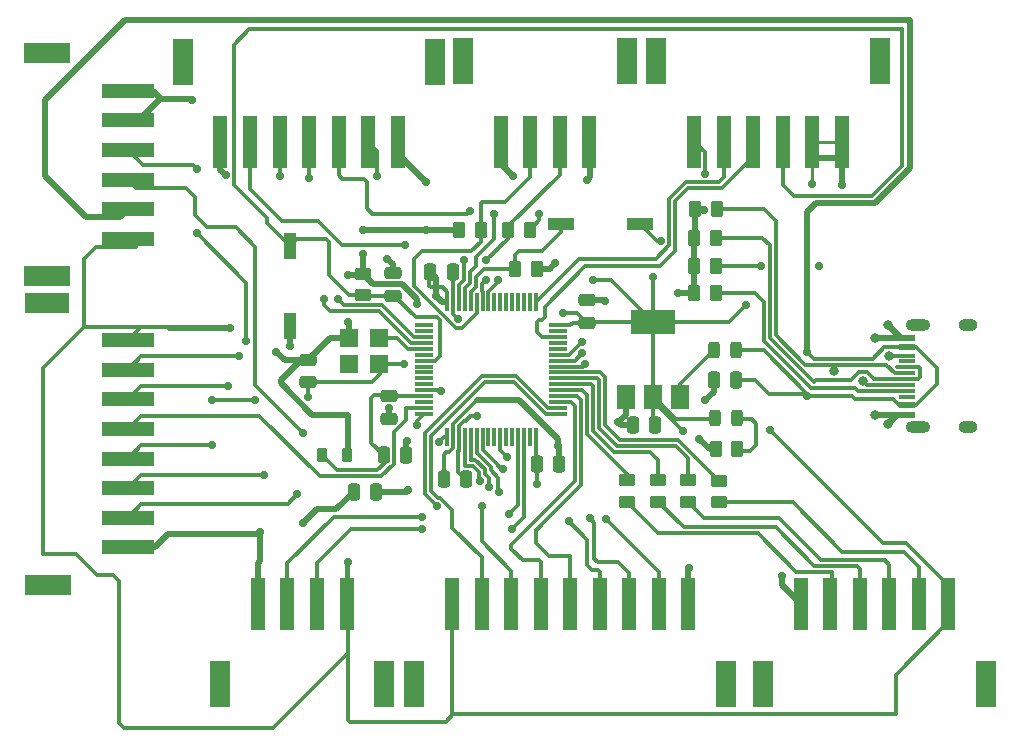
<source format=gbr>
%TF.GenerationSoftware,KiCad,Pcbnew,(6.0.11)*%
%TF.CreationDate,2023-02-10T10:35:54-08:00*%
%TF.ProjectId,EV1,4556312e-6b69-4636-9164-5f7063625858,rev?*%
%TF.SameCoordinates,Original*%
%TF.FileFunction,Copper,L1,Top*%
%TF.FilePolarity,Positive*%
%FSLAX46Y46*%
G04 Gerber Fmt 4.6, Leading zero omitted, Abs format (unit mm)*
G04 Created by KiCad (PCBNEW (6.0.11)) date 2023-02-10 10:35:54*
%MOMM*%
%LPD*%
G01*
G04 APERTURE LIST*
G04 Aperture macros list*
%AMRoundRect*
0 Rectangle with rounded corners*
0 $1 Rounding radius*
0 $2 $3 $4 $5 $6 $7 $8 $9 X,Y pos of 4 corners*
0 Add a 4 corners polygon primitive as box body*
4,1,4,$2,$3,$4,$5,$6,$7,$8,$9,$2,$3,0*
0 Add four circle primitives for the rounded corners*
1,1,$1+$1,$2,$3*
1,1,$1+$1,$4,$5*
1,1,$1+$1,$6,$7*
1,1,$1+$1,$8,$9*
0 Add four rect primitives between the rounded corners*
20,1,$1+$1,$2,$3,$4,$5,0*
20,1,$1+$1,$4,$5,$6,$7,0*
20,1,$1+$1,$6,$7,$8,$9,0*
20,1,$1+$1,$8,$9,$2,$3,0*%
G04 Aperture macros list end*
%TA.AperFunction,SMDPad,CuDef*%
%ADD10R,4.500000X1.300000*%
%TD*%
%TA.AperFunction,SMDPad,CuDef*%
%ADD11R,3.900000X1.800000*%
%TD*%
%TA.AperFunction,SMDPad,CuDef*%
%ADD12R,1.300000X4.500000*%
%TD*%
%TA.AperFunction,SMDPad,CuDef*%
%ADD13R,1.800000X3.900000*%
%TD*%
%TA.AperFunction,SMDPad,CuDef*%
%ADD14RoundRect,0.250000X0.250000X0.475000X-0.250000X0.475000X-0.250000X-0.475000X0.250000X-0.475000X0*%
%TD*%
%TA.AperFunction,SMDPad,CuDef*%
%ADD15RoundRect,0.250000X-0.262500X-0.450000X0.262500X-0.450000X0.262500X0.450000X-0.262500X0.450000X0*%
%TD*%
%TA.AperFunction,SMDPad,CuDef*%
%ADD16RoundRect,0.250000X0.475000X-0.250000X0.475000X0.250000X-0.475000X0.250000X-0.475000X-0.250000X0*%
%TD*%
%TA.AperFunction,SMDPad,CuDef*%
%ADD17R,1.500000X2.000000*%
%TD*%
%TA.AperFunction,SMDPad,CuDef*%
%ADD18R,3.800000X2.000000*%
%TD*%
%TA.AperFunction,SMDPad,CuDef*%
%ADD19RoundRect,0.243750X0.243750X0.456250X-0.243750X0.456250X-0.243750X-0.456250X0.243750X-0.456250X0*%
%TD*%
%TA.AperFunction,SMDPad,CuDef*%
%ADD20RoundRect,0.250000X-0.250000X-0.475000X0.250000X-0.475000X0.250000X0.475000X-0.250000X0.475000X0*%
%TD*%
%TA.AperFunction,SMDPad,CuDef*%
%ADD21R,1.120000X2.160000*%
%TD*%
%TA.AperFunction,SMDPad,CuDef*%
%ADD22RoundRect,0.250000X0.450000X-0.262500X0.450000X0.262500X-0.450000X0.262500X-0.450000X-0.262500X0*%
%TD*%
%TA.AperFunction,SMDPad,CuDef*%
%ADD23RoundRect,0.250000X0.262500X0.450000X-0.262500X0.450000X-0.262500X-0.450000X0.262500X-0.450000X0*%
%TD*%
%TA.AperFunction,SMDPad,CuDef*%
%ADD24R,1.450000X0.600000*%
%TD*%
%TA.AperFunction,SMDPad,CuDef*%
%ADD25R,1.450000X0.300000*%
%TD*%
%TA.AperFunction,ComponentPad*%
%ADD26O,1.600000X1.000000*%
%TD*%
%TA.AperFunction,ComponentPad*%
%ADD27O,2.100000X1.000000*%
%TD*%
%TA.AperFunction,SMDPad,CuDef*%
%ADD28R,2.160000X1.120000*%
%TD*%
%TA.AperFunction,SMDPad,CuDef*%
%ADD29RoundRect,0.218750X-0.218750X-0.381250X0.218750X-0.381250X0.218750X0.381250X-0.218750X0.381250X0*%
%TD*%
%TA.AperFunction,SMDPad,CuDef*%
%ADD30RoundRect,0.075000X-0.700000X-0.075000X0.700000X-0.075000X0.700000X0.075000X-0.700000X0.075000X0*%
%TD*%
%TA.AperFunction,SMDPad,CuDef*%
%ADD31RoundRect,0.075000X-0.075000X-0.700000X0.075000X-0.700000X0.075000X0.700000X-0.075000X0.700000X0*%
%TD*%
%TA.AperFunction,SMDPad,CuDef*%
%ADD32RoundRect,0.250000X-0.475000X0.250000X-0.475000X-0.250000X0.475000X-0.250000X0.475000X0.250000X0*%
%TD*%
%TA.AperFunction,SMDPad,CuDef*%
%ADD33R,4.495400X1.295400*%
%TD*%
%TA.AperFunction,SMDPad,CuDef*%
%ADD34R,3.800000X1.800000*%
%TD*%
%TA.AperFunction,SMDPad,CuDef*%
%ADD35R,1.600000X1.500000*%
%TD*%
%TA.AperFunction,ViaPad*%
%ADD36C,0.700000*%
%TD*%
%TA.AperFunction,ViaPad*%
%ADD37C,0.800000*%
%TD*%
%TA.AperFunction,Conductor*%
%ADD38C,0.500000*%
%TD*%
%TA.AperFunction,Conductor*%
%ADD39C,0.300000*%
%TD*%
%TA.AperFunction,Conductor*%
%ADD40C,0.250000*%
%TD*%
G04 APERTURE END LIST*
D10*
%TO.P,U10,1*%
%TO.N,GND*%
X123430000Y-68210000D03*
%TO.P,U10,2*%
X123430000Y-70710000D03*
%TO.P,U10,3*%
%TO.N,/USART2_TX*%
X123430000Y-73210000D03*
%TO.P,U10,4*%
%TO.N,/USART2_RX*%
X123430000Y-75710000D03*
%TO.P,U10,5*%
%TO.N,VBUS*%
X123430000Y-78210000D03*
%TO.P,U10,6*%
%TO.N,+3.3V*%
X123430000Y-80710000D03*
D11*
%TO.P,U10,7*%
%TO.N,N/C*%
X116630000Y-65010000D03*
%TO.P,U10,8*%
X116630000Y-83910000D03*
%TD*%
D12*
%TO.P,U6,1*%
%TO.N,+3.3V*%
X146290000Y-72550000D03*
%TO.P,U6,2*%
%TO.N,/BB_COLS_2*%
X143790000Y-72550000D03*
%TO.P,U6,3*%
%TO.N,/BB_COLS_3*%
X141290000Y-72550000D03*
%TO.P,U6,4*%
%TO.N,/BB_COLS_4*%
X138790000Y-72550000D03*
%TO.P,U6,5*%
%TO.N,/BB_COLS_5*%
X136290000Y-72550000D03*
%TO.P,U6,6*%
%TO.N,/BB_COLS_6*%
X133790000Y-72550000D03*
%TO.P,U6,7*%
%TO.N,GND*%
X131290000Y-72550000D03*
D13*
%TO.P,U6,8*%
%TO.N,N/C*%
X149490000Y-65750000D03*
%TO.P,U6,9*%
X128090000Y-65750000D03*
%TD*%
%TO.P,U7,11*%
%TO.N,N/C*%
X174110000Y-118440000D03*
%TO.P,U7,10*%
X147710000Y-118440000D03*
D12*
%TO.P,U7,9*%
%TO.N,GND*%
X170910000Y-111640000D03*
%TO.P,U7,8*%
%TO.N,/BB_ROW_8*%
X168410000Y-111640000D03*
%TO.P,U7,7*%
%TO.N,/BB_ROW_7*%
X165910000Y-111640000D03*
%TO.P,U7,6*%
%TO.N,/BB_ROW_6*%
X163410000Y-111640000D03*
%TO.P,U7,5*%
%TO.N,/BB_ROW_5*%
X160910000Y-111640000D03*
%TO.P,U7,4*%
%TO.N,/BB_ROW_4*%
X158410000Y-111640000D03*
%TO.P,U7,3*%
%TO.N,/BB_ROW_3*%
X155910000Y-111640000D03*
%TO.P,U7,2*%
%TO.N,/BB_ROW_2*%
X153410000Y-111640000D03*
%TO.P,U7,1*%
%TO.N,+3.3V*%
X150910000Y-111640000D03*
%TD*%
D14*
%TO.P,C14,1*%
%TO.N,+3.3V*%
X152080000Y-101092000D03*
%TO.P,C14,2*%
%TO.N,GND*%
X150180000Y-101092000D03*
%TD*%
D15*
%TO.P,R1,1*%
%TO.N,GND*%
X173204500Y-98552000D03*
%TO.P,R1,2*%
%TO.N,Net-(D1-Pad1)*%
X175029500Y-98552000D03*
%TD*%
%TO.P,R11,1*%
%TO.N,GND*%
X171397500Y-83000000D03*
%TO.P,R11,2*%
%TO.N,Net-(J9-PadB5)*%
X173222500Y-83000000D03*
%TD*%
D16*
%TO.P,C12,1*%
%TO.N,+3.3V*%
X162306000Y-87818000D03*
%TO.P,C12,2*%
%TO.N,GND*%
X162306000Y-85918000D03*
%TD*%
D17*
%TO.P,U2,1,GND*%
%TO.N,GND*%
X165594000Y-94082000D03*
%TO.P,U2,2,VO*%
%TO.N,+3.3V*%
X167894000Y-94082000D03*
D18*
X167894000Y-87782000D03*
D17*
%TO.P,U2,3,VI*%
%TO.N,Net-(D2-Pad2)*%
X170194000Y-94082000D03*
%TD*%
D19*
%TO.P,D2,1,K*%
%TO.N,VBUS*%
X174927500Y-90170000D03*
%TO.P,D2,2,A*%
%TO.N,Net-(D2-Pad2)*%
X173052500Y-90170000D03*
%TD*%
D12*
%TO.P,U4,1*%
%TO.N,GND*%
X162500000Y-72500000D03*
%TO.P,U4,2*%
%TO.N,/I2C_SCL*%
X160000000Y-72500000D03*
%TO.P,U4,3*%
%TO.N,/I2C_SDA*%
X157500000Y-72500000D03*
%TO.P,U4,4*%
%TO.N,+3.3V*%
X155000000Y-72500000D03*
D13*
%TO.P,U4,5*%
%TO.N,N/C*%
X165700000Y-65700000D03*
%TO.P,U4,6*%
X151800000Y-65700000D03*
%TD*%
D20*
%TO.P,C10,1*%
%TO.N,+3.3V*%
X142560000Y-102135000D03*
%TO.P,C10,2*%
%TO.N,GND*%
X144460000Y-102135000D03*
%TD*%
D21*
%TO.P,SW2,1,1*%
%TO.N,GND*%
X137190000Y-88095000D03*
%TO.P,SW2,2,2*%
%TO.N,/RESET*%
X137190000Y-81365000D03*
%TD*%
D15*
%TO.P,R10,1*%
%TO.N,GND*%
X171487500Y-78240000D03*
%TO.P,R10,2*%
%TO.N,Net-(J9-PadA7)*%
X173312500Y-78240000D03*
%TD*%
D22*
%TO.P,R5,1*%
%TO.N,/IO_PC8*%
X170880000Y-103012500D03*
%TO.P,R5,2*%
%TO.N,Net-(R5-Pad2)*%
X170880000Y-101187500D03*
%TD*%
D23*
%TO.P,R8,1*%
%TO.N,+3.3V*%
X157452500Y-79960000D03*
%TO.P,R8,2*%
%TO.N,/I2C_SCL*%
X155627500Y-79960000D03*
%TD*%
D22*
%TO.P,R6,1*%
%TO.N,/IO_PC9*%
X173490000Y-103042500D03*
%TO.P,R6,2*%
%TO.N,Net-(R6-Pad2)*%
X173490000Y-101217500D03*
%TD*%
D23*
%TO.P,R13,1*%
%TO.N,GND*%
X158072500Y-83260000D03*
%TO.P,R13,2*%
%TO.N,/BOOT0*%
X156247500Y-83260000D03*
%TD*%
D24*
%TO.P,J9,A1,GND*%
%TO.N,GND*%
X189445000Y-95610000D03*
%TO.P,J9,A4,VBUS*%
%TO.N,VBUS*%
X189445000Y-94810000D03*
D25*
%TO.P,J9,A5,CC1*%
%TO.N,Net-(J9-PadA5)*%
X189445000Y-93610000D03*
%TO.P,J9,A6,D+*%
%TO.N,Net-(J9-PadA6)*%
X189445000Y-92610000D03*
%TO.P,J9,A7,D-*%
%TO.N,Net-(J9-PadA7)*%
X189445000Y-92110000D03*
%TO.P,J9,A8,SBU1*%
%TO.N,unconnected-(J9-PadA8)*%
X189445000Y-91110000D03*
D24*
%TO.P,J9,A9,VBUS*%
%TO.N,VBUS*%
X189445000Y-89910000D03*
%TO.P,J9,A12,GND*%
%TO.N,GND*%
X189445000Y-89110000D03*
%TO.P,J9,B1,GND*%
X189445000Y-89110000D03*
%TO.P,J9,B4,VBUS*%
%TO.N,VBUS*%
X189445000Y-89910000D03*
D25*
%TO.P,J9,B5,CC2*%
%TO.N,Net-(J9-PadB5)*%
X189445000Y-90610000D03*
%TO.P,J9,B6,D+*%
%TO.N,Net-(J9-PadA6)*%
X189445000Y-91610000D03*
%TO.P,J9,B7,D-*%
%TO.N,Net-(J9-PadA7)*%
X189445000Y-93110000D03*
%TO.P,J9,B8,SBU2*%
%TO.N,unconnected-(J9-PadB8)*%
X189445000Y-94110000D03*
D24*
%TO.P,J9,B9,VBUS*%
%TO.N,VBUS*%
X189445000Y-94810000D03*
%TO.P,J9,B12,GND*%
%TO.N,GND*%
X189445000Y-95610000D03*
D26*
%TO.P,J9,S1,SHIELD*%
%TO.N,unconnected-(J9-PadS1)*%
X194540000Y-96680000D03*
D27*
X190360000Y-88040000D03*
D26*
X194540000Y-88040000D03*
D27*
X190360000Y-96680000D03*
%TD*%
D19*
%TO.P,D1,1,K*%
%TO.N,Net-(D1-Pad1)*%
X175054500Y-95885000D03*
%TO.P,D1,2,A*%
%TO.N,+3.3V*%
X173179500Y-95885000D03*
%TD*%
D28*
%TO.P,SW1,1,1*%
%TO.N,+3.3V*%
X166825000Y-79500000D03*
%TO.P,SW1,2,2*%
%TO.N,/BOOT0*%
X160095000Y-79500000D03*
%TD*%
D20*
%TO.P,C11,1*%
%TO.N,+3.3V*%
X149037000Y-83566000D03*
%TO.P,C11,2*%
%TO.N,GND*%
X150937000Y-83566000D03*
%TD*%
D29*
%TO.P,120R1,1*%
%TO.N,+3.3VA*%
X139867500Y-99060000D03*
%TO.P,120R1,2*%
%TO.N,+3.3V*%
X141992500Y-99060000D03*
%TD*%
D15*
%TO.P,R7,1*%
%TO.N,+3.3V*%
X151487500Y-80010000D03*
%TO.P,R7,2*%
%TO.N,/I2C_SDA*%
X153312500Y-80010000D03*
%TD*%
D20*
%TO.P,C13,1*%
%TO.N,+3.3V*%
X158054000Y-99822000D03*
%TO.P,C13,2*%
%TO.N,GND*%
X159954000Y-99822000D03*
%TD*%
D22*
%TO.P,R2,1*%
%TO.N,/RESET*%
X143330000Y-85502500D03*
%TO.P,R2,2*%
%TO.N,+3.3V*%
X143330000Y-83677500D03*
%TD*%
D12*
%TO.P,U9,1*%
%TO.N,GND*%
X134460000Y-111640000D03*
%TO.P,U9,2*%
%TO.N,/USART_3_TX*%
X136960000Y-111640000D03*
%TO.P,U9,3*%
%TO.N,/USART_3_RX*%
X139460000Y-111640000D03*
%TO.P,U9,4*%
%TO.N,+3.3V*%
X141960000Y-111640000D03*
D13*
%TO.P,U9,5*%
%TO.N,N/C*%
X131260000Y-118440000D03*
%TO.P,U9,6*%
X145160000Y-118440000D03*
%TD*%
D30*
%TO.P,U1,1,VBAT*%
%TO.N,unconnected-(U1-Pad1)*%
X148553800Y-88045600D03*
%TO.P,U1,2,PC13*%
%TO.N,unconnected-(U1-Pad2)*%
X148553800Y-88545600D03*
%TO.P,U1,3,PC14*%
%TO.N,/BB_COLS_4*%
X148553800Y-89045600D03*
%TO.P,U1,4,PC15*%
%TO.N,/BB_COLS_5*%
X148553800Y-89545600D03*
%TO.P,U1,5,PH0*%
%TO.N,/HSE_IN*%
X148553800Y-90045600D03*
%TO.P,U1,6,PH1*%
%TO.N,unconnected-(U1-Pad6)*%
X148553800Y-90545600D03*
%TO.P,U1,7,NRST*%
%TO.N,/RESET*%
X148553800Y-91045600D03*
%TO.P,U1,8,PC0*%
%TO.N,unconnected-(U1-Pad8)*%
X148553800Y-91545600D03*
%TO.P,U1,9,PC1*%
%TO.N,unconnected-(U1-Pad9)*%
X148553800Y-92045600D03*
%TO.P,U1,10,PC2*%
%TO.N,unconnected-(U1-Pad10)*%
X148553800Y-92545600D03*
%TO.P,U1,11,PC3*%
%TO.N,unconnected-(U1-Pad11)*%
X148553800Y-93045600D03*
%TO.P,U1,12,VSSA*%
%TO.N,GND*%
X148553800Y-93545600D03*
%TO.P,U1,13,VDDA*%
%TO.N,+3.3VA*%
X148553800Y-94045600D03*
%TO.P,U1,14,PA0*%
%TO.N,unconnected-(U1-Pad14)*%
X148553800Y-94545600D03*
%TO.P,U1,15,PA1*%
%TO.N,/CS_PA1*%
X148553800Y-95045600D03*
%TO.P,U1,16,PA2*%
%TO.N,/USART2_TX*%
X148553800Y-95545600D03*
D31*
%TO.P,U1,17,PA3*%
%TO.N,/USART2_RX*%
X150478800Y-97470600D03*
%TO.P,U1,18,VSS*%
%TO.N,GND*%
X150978800Y-97470600D03*
%TO.P,U1,19,VDD*%
%TO.N,+3.3V*%
X151478800Y-97470600D03*
%TO.P,U1,20,PA4*%
%TO.N,/BL_PA4*%
X151978800Y-97470600D03*
%TO.P,U1,21,PA5*%
%TO.N,/SCK_SPI*%
X152478800Y-97470600D03*
%TO.P,U1,22,PA6*%
%TO.N,/RST_PA6*%
X152978800Y-97470600D03*
%TO.P,U1,23,PA7*%
%TO.N,/MOSI_SPI*%
X153478800Y-97470600D03*
%TO.P,U1,24,PC4*%
%TO.N,unconnected-(U1-Pad24)*%
X153978800Y-97470600D03*
%TO.P,U1,25,PC5*%
%TO.N,unconnected-(U1-Pad25)*%
X154478800Y-97470600D03*
%TO.P,U1,26,PB0*%
%TO.N,/DC_PB0*%
X154978800Y-97470600D03*
%TO.P,U1,27,PB1*%
%TO.N,unconnected-(U1-Pad27)*%
X155478800Y-97470600D03*
%TO.P,U1,28,PB2*%
%TO.N,unconnected-(U1-Pad28)*%
X155978800Y-97470600D03*
%TO.P,U1,29,PB10*%
%TO.N,/USART_3_TX*%
X156478800Y-97470600D03*
%TO.P,U1,30,PB11*%
%TO.N,/USART_3_RX*%
X156978800Y-97470600D03*
%TO.P,U1,31,VCAP_1*%
%TO.N,unconnected-(U1-Pad31)*%
X157478800Y-97470600D03*
%TO.P,U1,32,VDD*%
%TO.N,+3.3V*%
X157978800Y-97470600D03*
D30*
%TO.P,U1,33,PB12*%
%TO.N,/BB_ROW_2*%
X159903800Y-95545600D03*
%TO.P,U1,34,PB13*%
%TO.N,/BB_ROW_3*%
X159903800Y-95045600D03*
%TO.P,U1,35,PB14*%
%TO.N,/BB_ROW_4*%
X159903800Y-94545600D03*
%TO.P,U1,36,PB15*%
%TO.N,/BB_ROW_5*%
X159903800Y-94045600D03*
%TO.P,U1,37,PC6*%
%TO.N,Net-(R3-Pad2)*%
X159903800Y-93545600D03*
%TO.P,U1,38,PC7*%
%TO.N,Net-(R4-Pad2)*%
X159903800Y-93045600D03*
%TO.P,U1,39,PC8*%
%TO.N,Net-(R5-Pad2)*%
X159903800Y-92545600D03*
%TO.P,U1,40,PC9*%
%TO.N,Net-(R6-Pad2)*%
X159903800Y-92045600D03*
%TO.P,U1,41,PA8*%
%TO.N,/BB_ROW_6*%
X159903800Y-91545600D03*
%TO.P,U1,42,PA9*%
%TO.N,/BB_ROW_7*%
X159903800Y-91045600D03*
%TO.P,U1,43,PA10*%
%TO.N,/BB_ROW_8*%
X159903800Y-90545600D03*
%TO.P,U1,44,PA11*%
%TO.N,/USB_D-*%
X159903800Y-90045600D03*
%TO.P,U1,45,PA12*%
%TO.N,/USB_D+*%
X159903800Y-89545600D03*
%TO.P,U1,46,PA13*%
%TO.N,/SWD_DIO*%
X159903800Y-89045600D03*
%TO.P,U1,47,VCAP_2*%
%TO.N,unconnected-(U1-Pad47)*%
X159903800Y-88545600D03*
%TO.P,U1,48,VDD*%
%TO.N,+3.3V*%
X159903800Y-88045600D03*
D31*
%TO.P,U1,49,PA14*%
%TO.N,/SWD_CLK*%
X157978800Y-86120600D03*
%TO.P,U1,50,PA15*%
%TO.N,unconnected-(U1-Pad50)*%
X157478800Y-86120600D03*
%TO.P,U1,51,PC10*%
%TO.N,unconnected-(U1-Pad51)*%
X156978800Y-86120600D03*
%TO.P,U1,52,PC11*%
%TO.N,unconnected-(U1-Pad52)*%
X156478800Y-86120600D03*
%TO.P,U1,53,PC12*%
%TO.N,unconnected-(U1-Pad53)*%
X155978800Y-86120600D03*
%TO.P,U1,54,PD2*%
%TO.N,unconnected-(U1-Pad54)*%
X155478800Y-86120600D03*
%TO.P,U1,55,PB3*%
%TO.N,unconnected-(U1-Pad55)*%
X154978800Y-86120600D03*
%TO.P,U1,56,PB4*%
%TO.N,unconnected-(U1-Pad56)*%
X154478800Y-86120600D03*
%TO.P,U1,57,PB5*%
%TO.N,/BB_COLS_6*%
X153978800Y-86120600D03*
%TO.P,U1,58,PB6*%
%TO.N,/I2C_SCL*%
X153478800Y-86120600D03*
%TO.P,U1,59,PB7*%
%TO.N,/I2C_SDA*%
X152978800Y-86120600D03*
%TO.P,U1,60,BOOT0*%
%TO.N,/BOOT0*%
X152478800Y-86120600D03*
%TO.P,U1,61,PB8*%
%TO.N,/BB_COLS_3*%
X151978800Y-86120600D03*
%TO.P,U1,62,PB9*%
%TO.N,/BB_COLS_2*%
X151478800Y-86120600D03*
%TO.P,U1,63,VSS*%
%TO.N,GND*%
X150978800Y-86120600D03*
%TO.P,U1,64,VDD*%
%TO.N,+3.3V*%
X150478800Y-86120600D03*
%TD*%
D32*
%TO.P,C4,1*%
%TO.N,+3.3V*%
X138660000Y-90990000D03*
%TO.P,C4,2*%
%TO.N,GND*%
X138660000Y-92890000D03*
%TD*%
D15*
%TO.P,R9,1*%
%TO.N,GND*%
X171407500Y-80650000D03*
%TO.P,R9,2*%
%TO.N,Net-(J9-PadA6)*%
X173232500Y-80650000D03*
%TD*%
D33*
%TO.P,U3,1*%
%TO.N,+3.3V*%
X123461150Y-89330000D03*
%TO.P,U3,2*%
%TO.N,/RST_PA6*%
X123461150Y-91830000D03*
%TO.P,U3,3*%
%TO.N,/BL_PA4*%
X123461150Y-94330000D03*
%TO.P,U3,4*%
%TO.N,/CS_PA1*%
X123461150Y-96830000D03*
%TO.P,U3,5*%
%TO.N,/DC_PB0*%
X123461150Y-99330000D03*
%TO.P,U3,6*%
%TO.N,/MOSI_SPI*%
X123461150Y-101830000D03*
%TO.P,U3,7*%
%TO.N,/SCK_SPI*%
X123461150Y-104330000D03*
%TO.P,U3,8*%
%TO.N,GND*%
X123461150Y-106830000D03*
D34*
%TO.P,U3,9*%
%TO.N,N/C*%
X116611150Y-86130000D03*
D11*
%TO.P,U3,10*%
X116661150Y-110030000D03*
%TD*%
D22*
%TO.P,R4,1*%
%TO.N,/IO_PC7*%
X168330000Y-102972500D03*
%TO.P,R4,2*%
%TO.N,Net-(R4-Pad2)*%
X168330000Y-101147500D03*
%TD*%
D20*
%TO.P,C9,1*%
%TO.N,+3.3VA*%
X145100000Y-99060000D03*
%TO.P,C9,2*%
%TO.N,GND*%
X147000000Y-99060000D03*
%TD*%
D32*
%TO.P,C5,1*%
%TO.N,GND*%
X145870000Y-83640000D03*
%TO.P,C5,2*%
%TO.N,/RESET*%
X145870000Y-85540000D03*
%TD*%
D15*
%TO.P,R12,1*%
%TO.N,GND*%
X171377500Y-85344000D03*
%TO.P,R12,2*%
%TO.N,Net-(J9-PadA5)*%
X173202500Y-85344000D03*
%TD*%
D14*
%TO.P,C1,1*%
%TO.N,VBUS*%
X174940000Y-92710000D03*
%TO.P,C1,2*%
%TO.N,GND*%
X173040000Y-92710000D03*
%TD*%
D32*
%TO.P,C8,1*%
%TO.N,+3.3VA*%
X145542000Y-94046000D03*
%TO.P,C8,2*%
%TO.N,GND*%
X145542000Y-95946000D03*
%TD*%
D12*
%TO.P,U5,1*%
%TO.N,GND*%
X183900000Y-72510000D03*
%TO.P,U5,2*%
X181400000Y-72510000D03*
%TO.P,U5,3*%
%TO.N,/RESET*%
X178900000Y-72510000D03*
%TO.P,U5,4*%
%TO.N,/SWD_DIO*%
X176400000Y-72510000D03*
%TO.P,U5,5*%
%TO.N,/SWD_CLK*%
X173900000Y-72510000D03*
%TO.P,U5,6*%
%TO.N,+3.3V*%
X171400000Y-72510000D03*
D13*
%TO.P,U5,7*%
%TO.N,N/C*%
X187100000Y-65710000D03*
%TO.P,U5,8*%
X168200000Y-65710000D03*
%TD*%
D14*
%TO.P,C2,1*%
%TO.N,+3.3V*%
X168082000Y-96520000D03*
%TO.P,C2,2*%
%TO.N,GND*%
X166182000Y-96520000D03*
%TD*%
D22*
%TO.P,R3,1*%
%TO.N,/IO_PC6*%
X165680000Y-102972500D03*
%TO.P,R3,2*%
%TO.N,Net-(R3-Pad2)*%
X165680000Y-101147500D03*
%TD*%
D12*
%TO.P,U8,1*%
%TO.N,GND*%
X180410000Y-111610000D03*
%TO.P,U8,2*%
%TO.N,/IO_PC6*%
X182910000Y-111610000D03*
%TO.P,U8,3*%
%TO.N,/IO_PC7*%
X185410000Y-111610000D03*
%TO.P,U8,4*%
%TO.N,/IO_PC8*%
X187910000Y-111610000D03*
%TO.P,U8,5*%
%TO.N,/IO_PC9*%
X190410000Y-111610000D03*
%TO.P,U8,6*%
%TO.N,+3.3V*%
X192910000Y-111610000D03*
D13*
%TO.P,U8,7*%
%TO.N,N/C*%
X177210000Y-118410000D03*
%TO.P,U8,8*%
X196110000Y-118410000D03*
%TD*%
D35*
%TO.P,X1,1,~{ST}*%
%TO.N,unconnected-(X1-Pad1)*%
X142160000Y-91300000D03*
%TO.P,X1,2,GND*%
%TO.N,GND*%
X144700000Y-91300000D03*
%TO.P,X1,3,OUT*%
%TO.N,/HSE_IN*%
X144700000Y-89100000D03*
%TO.P,X1,4,VCC*%
%TO.N,+3.3V*%
X142160000Y-89100000D03*
%TD*%
D36*
%TO.N,+3.3V*%
X158242000Y-78613000D03*
X160274000Y-86995000D03*
X143383000Y-82042000D03*
X168591500Y-80899000D03*
X177800000Y-96901000D03*
X149501675Y-85575325D03*
X142113000Y-108077000D03*
X148717000Y-80010000D03*
X167894000Y-83947000D03*
X158115000Y-101473000D03*
X148690000Y-75920000D03*
X142113000Y-87757000D03*
X138303000Y-104775000D03*
X132080000Y-88265000D03*
X175768000Y-86360000D03*
X147955000Y-86233000D03*
X142113000Y-83820000D03*
X170434000Y-97028000D03*
X156055000Y-75415000D03*
X162814000Y-84201000D03*
X143383000Y-80010000D03*
X172310000Y-75246500D03*
X158242000Y-78613000D03*
X153035000Y-95758000D03*
X136017000Y-90297000D03*
%TO.N,VBUS*%
X180949334Y-94009591D03*
X180975000Y-90297000D03*
%TO.N,GND*%
X145542000Y-95095500D03*
D37*
X186740000Y-95680000D03*
D36*
X146812000Y-91313000D03*
X147066000Y-97854500D03*
X172250500Y-78250000D03*
X181410000Y-76130000D03*
X159893000Y-98298000D03*
X178820000Y-109260000D03*
D37*
X186700000Y-89150000D03*
X187820000Y-88030000D03*
D36*
X162330000Y-75740000D03*
X147193000Y-101981000D03*
X138684000Y-94107000D03*
X137160000Y-89789000D03*
X164973000Y-96266000D03*
X172339000Y-94361000D03*
X145415000Y-82423000D03*
X128905000Y-68961000D03*
X170053000Y-85344000D03*
D37*
X187790000Y-96420000D03*
D36*
X131729000Y-75341000D03*
X183896000Y-76200000D03*
X171831000Y-97663000D03*
X134620000Y-105537000D03*
X159639000Y-82804000D03*
X151406675Y-87480325D03*
X163830000Y-85979000D03*
X149987000Y-93599000D03*
X170950000Y-108580000D03*
%TO.N,/I2C_SCL*%
X153797000Y-82550000D03*
X153797000Y-84201000D03*
%TO.N,/USART_3_RX*%
X155956000Y-105283000D03*
X148336000Y-105283000D03*
%TO.N,/USART_3_TX*%
X155702000Y-104013000D03*
X148336000Y-104267000D03*
%TO.N,/BB_ROW_3*%
X153416000Y-103378000D03*
X149606000Y-103378000D03*
%TO.N,/BB_ROW_6*%
X162179000Y-91313000D03*
X160782000Y-104648000D03*
%TO.N,/BB_ROW_7*%
X161925000Y-90424000D03*
X162560000Y-104394000D03*
%TO.N,/BB_ROW_8*%
X163893500Y-104457500D03*
X161861500Y-89471500D03*
%TO.N,/BB_COLS_2*%
X151892000Y-82550000D03*
X144510000Y-75420000D03*
%TO.N,/BB_COLS_3*%
X152400000Y-78359000D03*
X154432000Y-78613000D03*
%TO.N,/BB_COLS_4*%
X138810000Y-75590000D03*
X141224000Y-85852000D03*
%TO.N,/BB_COLS_5*%
X136360000Y-75400000D03*
X140081000Y-85852000D03*
%TO.N,/BB_COLS_6*%
X146939000Y-81280000D03*
X154813000Y-84201000D03*
%TO.N,/RST_PA6*%
X154855540Y-102129270D03*
X132842000Y-90678000D03*
%TO.N,/BL_PA4*%
X153289000Y-101219000D03*
X131953000Y-93218000D03*
%TO.N,/DC_PB0*%
X155575000Y-99187000D03*
X134239000Y-94361000D03*
X130556000Y-98171000D03*
X130556000Y-94361000D03*
%TO.N,/MOSI_SPI*%
X155194000Y-100203000D03*
X135001000Y-100711000D03*
%TO.N,/SCK_SPI*%
X154051000Y-101727000D03*
X137795000Y-102362000D03*
%TO.N,/USART2_RX*%
X138303000Y-97155000D03*
X149797500Y-97917000D03*
%TO.N,/USART2_TX*%
X129286000Y-74803000D03*
X129286000Y-80264000D03*
X147955000Y-96520000D03*
X133477000Y-89408000D03*
D37*
%TO.N,Net-(J9-PadA7)*%
X183200000Y-91880000D03*
X185690000Y-92760000D03*
D36*
%TO.N,Net-(J9-PadB5)*%
X177038000Y-83058000D03*
X181991000Y-83058000D03*
D37*
X187850000Y-90659500D03*
%TD*%
D38*
%TO.N,VBUS*%
X122750000Y-78890000D02*
X123430000Y-78210000D01*
X119911000Y-78890000D02*
X122750000Y-78890000D01*
X116410000Y-75389000D02*
X119911000Y-78890000D01*
X189680000Y-62210000D02*
X123180000Y-62210000D01*
X189680000Y-74734000D02*
X189680000Y-62210000D01*
X186690000Y-77724000D02*
X189680000Y-74734000D01*
X180975000Y-78486000D02*
X181737000Y-77724000D01*
X181737000Y-77724000D02*
X186690000Y-77724000D01*
X123180000Y-62210000D02*
X116410000Y-68980000D01*
X116410000Y-68980000D02*
X116410000Y-75389000D01*
X180975000Y-90297000D02*
X180975000Y-78486000D01*
D39*
%TO.N,/RESET*%
X178910000Y-76167000D02*
X178910000Y-73912500D01*
X179832000Y-77089000D02*
X178910000Y-76167000D01*
X186436000Y-77089000D02*
X179832000Y-77089000D01*
X132429000Y-64294000D02*
X133723000Y-63000000D01*
X188990000Y-74535000D02*
X186436000Y-77089000D01*
X132429000Y-76149000D02*
X132429000Y-64294000D01*
X135255000Y-78975000D02*
X132429000Y-76149000D01*
X135255000Y-79430000D02*
X135255000Y-78975000D01*
X133723000Y-63000000D02*
X188990000Y-63000000D01*
X188990000Y-63000000D02*
X188990000Y-74535000D01*
X137190000Y-81365000D02*
X135255000Y-79430000D01*
%TO.N,+3.3VA*%
X141177500Y-100330000D02*
X139907500Y-99060000D01*
X145542400Y-94045600D02*
X145542000Y-94046000D01*
X144526000Y-100330000D02*
X141177500Y-100330000D01*
X144272000Y-93980000D02*
X144018000Y-94234000D01*
X144018000Y-94234000D02*
X144018000Y-97978000D01*
X148553800Y-94045600D02*
X147677759Y-94045600D01*
X148553800Y-94045600D02*
X145542400Y-94045600D01*
X145100000Y-99756000D02*
X144526000Y-100330000D01*
X145100000Y-99060000D02*
X145100000Y-99756000D01*
X144018000Y-97978000D02*
X145100000Y-99060000D01*
X145542000Y-94046000D02*
X145476000Y-93980000D01*
X145476000Y-93980000D02*
X144272000Y-93980000D01*
%TO.N,+3.3V*%
X120740000Y-81390000D02*
X124110000Y-81390000D01*
X167894000Y-94082000D02*
X167894000Y-94488000D01*
D38*
X142560000Y-102135000D02*
X141063000Y-103632000D01*
D39*
X158242000Y-79170500D02*
X157452500Y-79960000D01*
D38*
X142160000Y-87804000D02*
X142113000Y-87757000D01*
D39*
X151478800Y-96583834D02*
X151478800Y-97470600D01*
X152042028Y-96162028D02*
X151900606Y-96162028D01*
X151478800Y-98656306D02*
X151420053Y-98715053D01*
X188468000Y-117652000D02*
X188468000Y-121000000D01*
D38*
X132080000Y-88265000D02*
X126955000Y-88265000D01*
D39*
X163068000Y-84201000D02*
X162814000Y-84201000D01*
X142113000Y-121433000D02*
X142113000Y-115824000D01*
D38*
X142113000Y-95631000D02*
X142113000Y-98979500D01*
X149501675Y-84030675D02*
X149037000Y-83566000D01*
D39*
X126880000Y-88190000D02*
X124601150Y-88190000D01*
D38*
X143187500Y-83820000D02*
X143330000Y-83677500D01*
D39*
X189341000Y-106441000D02*
X187340000Y-106441000D01*
D38*
X155000000Y-74360000D02*
X156055000Y-75415000D01*
X155000000Y-72500000D02*
X155000000Y-74360000D01*
D39*
X173052500Y-96012000D02*
X169824000Y-96012000D01*
X172310000Y-75246500D02*
X172310000Y-73420000D01*
D38*
X148717000Y-80010000D02*
X143383000Y-80010000D01*
D39*
X157978800Y-99746800D02*
X158054000Y-99822000D01*
X151900606Y-96162028D02*
X151478800Y-96583834D01*
X150478800Y-86120600D02*
X150478800Y-85200800D01*
X160274000Y-86995000D02*
X161483000Y-86995000D01*
X119709000Y-88190000D02*
X126880000Y-88190000D01*
D38*
X147820790Y-85732211D02*
X147955000Y-85866421D01*
D39*
X158054000Y-99822000D02*
X158054000Y-101412000D01*
D38*
X143383000Y-82042000D02*
X143383000Y-83624500D01*
D39*
X192910000Y-111610000D02*
X192910000Y-113210000D01*
D38*
X136398000Y-92964000D02*
X139065000Y-95631000D01*
D39*
X161102000Y-87818000D02*
X162306000Y-87818000D01*
X167894000Y-94488000D02*
X170434000Y-97028000D01*
X150910000Y-111640000D02*
X150910000Y-120938000D01*
D38*
X143383000Y-83624500D02*
X143330000Y-83677500D01*
D39*
X122670000Y-121760000D02*
X123090000Y-122180000D01*
X169824000Y-96012000D02*
X167894000Y-94082000D01*
X158242000Y-78613000D02*
X158242000Y-79170500D01*
X192910000Y-110010000D02*
X189341000Y-106441000D01*
X188468000Y-121000000D02*
X150972000Y-121000000D01*
X150910000Y-120938000D02*
X150972000Y-121000000D01*
X122670000Y-109680000D02*
X122670000Y-121760000D01*
D38*
X142113000Y-98979500D02*
X142032500Y-99060000D01*
D39*
X142113000Y-108077000D02*
X142113000Y-108014500D01*
X124110000Y-81390000D02*
X123430000Y-80710000D01*
D38*
X150046950Y-86120600D02*
X150378800Y-86120600D01*
D39*
X120870000Y-109200000D02*
X122190000Y-109200000D01*
X172310000Y-73420000D02*
X171400000Y-72510000D01*
X192910000Y-111610000D02*
X192910000Y-110010000D01*
X159903800Y-88045600D02*
X160874400Y-88045600D01*
D38*
X147955000Y-85866421D02*
X147955000Y-86233000D01*
X136710000Y-90990000D02*
X136017000Y-90297000D01*
X140550000Y-89100000D02*
X142160000Y-89100000D01*
D39*
X151420053Y-98715053D02*
X151420053Y-100432053D01*
D38*
X142113000Y-83820000D02*
X143187500Y-83820000D01*
D39*
X167894000Y-96332000D02*
X168082000Y-96520000D01*
D38*
X138118000Y-90990000D02*
X136398000Y-92710000D01*
X146290000Y-72550000D02*
X146290000Y-73520000D01*
D39*
X158054000Y-101412000D02*
X158115000Y-101473000D01*
X167894000Y-87782000D02*
X174346000Y-87782000D01*
X116270000Y-107380000D02*
X119050000Y-107380000D01*
D38*
X142160000Y-89100000D02*
X142160000Y-87804000D01*
D39*
X135757000Y-122180000D02*
X142113000Y-115824000D01*
X149098000Y-84836000D02*
X148971000Y-84709000D01*
X119709000Y-88190000D02*
X119709000Y-82421000D01*
X148971000Y-83632000D02*
X149037000Y-83566000D01*
D38*
X151487500Y-80010000D02*
X148717000Y-80010000D01*
X146678579Y-84590000D02*
X147820790Y-85732211D01*
X139065000Y-95631000D02*
X142113000Y-95631000D01*
D39*
X162342000Y-87782000D02*
X162306000Y-87818000D01*
X148971000Y-84709000D02*
X148971000Y-83632000D01*
X150972000Y-121000000D02*
X150372000Y-121600000D01*
D38*
X143330000Y-83677500D02*
X144242500Y-84590000D01*
D39*
X118364000Y-89535000D02*
X119709000Y-88190000D01*
D38*
X144242500Y-84590000D02*
X146678579Y-84590000D01*
D39*
X119709000Y-82421000D02*
X120740000Y-81390000D01*
X167894000Y-87782000D02*
X162342000Y-87782000D01*
X153035000Y-95758000D02*
X152446056Y-95758000D01*
X192910000Y-113210000D02*
X188468000Y-117652000D01*
D38*
X138660000Y-90990000D02*
X140550000Y-89100000D01*
X146290000Y-73520000D02*
X148690000Y-75920000D01*
D39*
X142280000Y-121600000D02*
X142113000Y-121433000D01*
X119050000Y-107380000D02*
X120870000Y-109200000D01*
X160874400Y-88045600D02*
X161102000Y-87818000D01*
X151478800Y-97470600D02*
X151478800Y-98656306D01*
X167894000Y-87782000D02*
X167894000Y-83947000D01*
X164313000Y-84201000D02*
X163068000Y-84201000D01*
X150478800Y-85200800D02*
X150114000Y-84836000D01*
D38*
X136398000Y-92710000D02*
X136398000Y-92964000D01*
D39*
X177800000Y-96901000D02*
X187340000Y-106441000D01*
X142113000Y-115824000D02*
X142113000Y-108077000D01*
X174346000Y-87782000D02*
X175768000Y-86360000D01*
X167894000Y-94082000D02*
X167894000Y-96332000D01*
D38*
X149501675Y-85575325D02*
X150046950Y-86120600D01*
D39*
X123090000Y-122180000D02*
X135757000Y-122180000D01*
X150114000Y-84836000D02*
X149098000Y-84836000D01*
D38*
X138660000Y-90990000D02*
X136710000Y-90990000D01*
X138660000Y-90990000D02*
X138118000Y-90990000D01*
D39*
X150372000Y-121600000D02*
X142280000Y-121600000D01*
X118364000Y-89535000D02*
X116270000Y-91629000D01*
X168224000Y-80899000D02*
X166825000Y-79500000D01*
X161483000Y-86995000D02*
X162306000Y-87818000D01*
X157978800Y-97470600D02*
X157978800Y-99746800D01*
D38*
X149501675Y-85575325D02*
X149501675Y-84030675D01*
D39*
X168591500Y-80899000D02*
X168224000Y-80899000D01*
X122190000Y-109200000D02*
X122670000Y-109680000D01*
D38*
X139446000Y-103632000D02*
X138303000Y-104775000D01*
D39*
X151420053Y-100432053D02*
X152080000Y-101092000D01*
X124601150Y-88190000D02*
X123461150Y-89330000D01*
X116270000Y-91629000D02*
X116270000Y-107380000D01*
X141960000Y-108167500D02*
X141960000Y-111640000D01*
X142113000Y-108014500D02*
X141960000Y-108167500D01*
X152446056Y-95758000D02*
X152042028Y-96162028D01*
D38*
X141063000Y-103632000D02*
X139446000Y-103632000D01*
D39*
X167894000Y-94082000D02*
X167894000Y-87782000D01*
X167894000Y-87782000D02*
X164313000Y-84201000D01*
%TO.N,VBUS*%
X190191556Y-94810000D02*
X189445000Y-94810000D01*
X177710000Y-93890000D02*
X176530000Y-92710000D01*
X180949334Y-93827334D02*
X177292000Y-90170000D01*
X177292000Y-90170000D02*
X174927500Y-90170000D01*
X189445000Y-89910000D02*
X190191556Y-89910000D01*
X186510000Y-90890000D02*
X187490000Y-89910000D01*
X185000000Y-94280000D02*
X188200000Y-94280000D01*
X190191556Y-89910000D02*
X191970000Y-91688444D01*
X181568000Y-90890000D02*
X186510000Y-90890000D01*
X191970000Y-93031556D02*
X190191556Y-94810000D01*
X180829743Y-93890000D02*
X180949334Y-94009591D01*
X180949334Y-94009591D02*
X184729591Y-94009591D01*
X180949334Y-94009591D02*
X180949334Y-93827334D01*
X177710000Y-93890000D02*
X180829743Y-93890000D01*
X188200000Y-94280000D02*
X188710000Y-94790000D01*
X184729591Y-94009591D02*
X185000000Y-94280000D01*
X187490000Y-89910000D02*
X189445000Y-89910000D01*
X191970000Y-91688444D02*
X191970000Y-93031556D01*
X180975000Y-90297000D02*
X181568000Y-90890000D01*
X176530000Y-92710000D02*
X174940000Y-92710000D01*
D38*
%TO.N,GND*%
X171377500Y-85344000D02*
X170053000Y-85344000D01*
D39*
X138660000Y-92890000D02*
X144092000Y-92890000D01*
D38*
X188900000Y-89110000D02*
X187820000Y-88030000D01*
D40*
X181400000Y-76120000D02*
X181410000Y-76130000D01*
D38*
X171487500Y-80570000D02*
X171407500Y-80650000D01*
D39*
X149933600Y-93545600D02*
X149987000Y-93599000D01*
D38*
X162330000Y-75740000D02*
X162560000Y-75510000D01*
X134640000Y-105557000D02*
X134620000Y-105537000D01*
X134640000Y-107987500D02*
X134460000Y-108167500D01*
X172720000Y-98552000D02*
X171831000Y-97663000D01*
X183910000Y-73912500D02*
X183910000Y-76186000D01*
X134467000Y-105690000D02*
X134620000Y-105537000D01*
X137190000Y-88095000D02*
X137190000Y-89759000D01*
X134640000Y-107987500D02*
X134640000Y-105557000D01*
D39*
X150937000Y-83566000D02*
X151191000Y-83312000D01*
D38*
X128834000Y-68890000D02*
X128905000Y-68961000D01*
X145542000Y-95946000D02*
X145542000Y-95095500D01*
D39*
X150937000Y-84945400D02*
X150937000Y-83566000D01*
X138660000Y-92890000D02*
X138660000Y-94083000D01*
D38*
X124350000Y-70710000D02*
X123430000Y-70710000D01*
X131729000Y-75341000D02*
X131290000Y-74902000D01*
X156591000Y-94361000D02*
X152994528Y-94361000D01*
X123430000Y-68210000D02*
X125552500Y-68210000D01*
D39*
X150368000Y-98806000D02*
X150180000Y-98994000D01*
D38*
X173040000Y-93660000D02*
X172339000Y-94361000D01*
D39*
X144780000Y-92202000D02*
X144780000Y-91380000D01*
D38*
X147039000Y-102135000D02*
X147193000Y-101981000D01*
X147000000Y-99060000D02*
X147000000Y-97920500D01*
X165594000Y-95645000D02*
X164973000Y-96266000D01*
X171487500Y-78240000D02*
X172240500Y-78240000D01*
X181410000Y-73912500D02*
X183910000Y-73912500D01*
X147000000Y-97920500D02*
X147066000Y-97854500D01*
X171397500Y-85324000D02*
X171377500Y-85344000D01*
X145870000Y-82878000D02*
X145415000Y-82423000D01*
D40*
X181400000Y-72510000D02*
X181400000Y-76120000D01*
X181400000Y-72510000D02*
X183900000Y-72510000D01*
D39*
X148553800Y-93545600D02*
X149933600Y-93545600D01*
D38*
X171407500Y-80650000D02*
X171407500Y-82990000D01*
X170910000Y-111640000D02*
X170910000Y-108620000D01*
X159893000Y-98298000D02*
X159893000Y-97663000D01*
D39*
X138660000Y-94083000D02*
X138684000Y-94107000D01*
D38*
X165594000Y-94082000D02*
X165594000Y-95645000D01*
D39*
X150978800Y-86120600D02*
X150978800Y-87052450D01*
X150978800Y-86120600D02*
X150978800Y-84987200D01*
D38*
X186740000Y-95680000D02*
X189375000Y-95680000D01*
X171487500Y-78240000D02*
X171487500Y-80570000D01*
X188600000Y-95610000D02*
X187790000Y-96420000D01*
X186740000Y-89110000D02*
X186700000Y-89150000D01*
X165227000Y-96520000D02*
X164973000Y-96266000D01*
X189445000Y-89110000D02*
X186740000Y-89110000D01*
D39*
X150978800Y-97470600D02*
X150978800Y-96376728D01*
X150622000Y-98806000D02*
X150368000Y-98806000D01*
D38*
X178820000Y-110020000D02*
X180410000Y-111610000D01*
X173204500Y-98552000D02*
X172720000Y-98552000D01*
D39*
X150978800Y-98449200D02*
X150622000Y-98806000D01*
D38*
X126880000Y-105690000D02*
X134467000Y-105690000D01*
X134460000Y-108167500D02*
X134460000Y-111640000D01*
D39*
X150978800Y-87052450D02*
X151406675Y-87480325D01*
D38*
X189375000Y-95680000D02*
X189445000Y-95610000D01*
X166182000Y-96520000D02*
X165227000Y-96520000D01*
X159893000Y-97663000D02*
X156591000Y-94361000D01*
X171397500Y-83000000D02*
X171397500Y-85324000D01*
D39*
X144700000Y-91300000D02*
X146799000Y-91300000D01*
D38*
X125740000Y-106830000D02*
X123461150Y-106830000D01*
X170910000Y-108620000D02*
X170950000Y-108580000D01*
X145870000Y-83640000D02*
X145870000Y-82878000D01*
X159183000Y-83260000D02*
X159639000Y-82804000D01*
X144460000Y-102135000D02*
X147039000Y-102135000D01*
X162560000Y-75510000D02*
X162560000Y-72560000D01*
X125552500Y-68210000D02*
X126232500Y-68890000D01*
X162306000Y-85918000D02*
X163769000Y-85918000D01*
X173040000Y-92710000D02*
X173040000Y-93660000D01*
X159954000Y-99822000D02*
X159954000Y-98359000D01*
D39*
X144780000Y-91380000D02*
X144700000Y-91300000D01*
D38*
X189445000Y-89110000D02*
X188900000Y-89110000D01*
X158072500Y-83260000D02*
X159183000Y-83260000D01*
D39*
X146799000Y-91300000D02*
X146812000Y-91313000D01*
D38*
X163769000Y-85918000D02*
X163830000Y-85979000D01*
X131290000Y-74902000D02*
X131290000Y-72550000D01*
X189445000Y-95610000D02*
X188600000Y-95610000D01*
X137190000Y-89759000D02*
X137160000Y-89789000D01*
D39*
X150978800Y-84987200D02*
X150937000Y-84945400D01*
D38*
X172240500Y-78240000D02*
X172250500Y-78250000D01*
D39*
X150978800Y-96376728D02*
X152994528Y-94361000D01*
D38*
X171407500Y-82990000D02*
X171397500Y-83000000D01*
X178820000Y-109260000D02*
X178820000Y-110020000D01*
X126880000Y-105690000D02*
X125740000Y-106830000D01*
X159954000Y-98359000D02*
X159893000Y-98298000D01*
X126232500Y-68890000D02*
X128834000Y-68890000D01*
D39*
X150978800Y-97470600D02*
X150978800Y-98449200D01*
D38*
X162560000Y-72560000D02*
X162500000Y-72500000D01*
D39*
X144092000Y-92890000D02*
X144780000Y-92202000D01*
D38*
X183910000Y-76186000D02*
X183896000Y-76200000D01*
X126232500Y-68890000D02*
X126232500Y-68827500D01*
D39*
X150180000Y-98994000D02*
X150180000Y-101092000D01*
D38*
X126232500Y-68827500D02*
X124350000Y-70710000D01*
D39*
%TO.N,/RESET*%
X143367500Y-85540000D02*
X143330000Y-85502500D01*
X143330000Y-85502500D02*
X142144500Y-85502500D01*
X140462000Y-83820000D02*
X140462000Y-81026000D01*
X146011359Y-85540000D02*
X145870000Y-85540000D01*
X140462000Y-81026000D02*
X140208000Y-80772000D01*
X147847359Y-87376000D02*
X146011359Y-85540000D01*
X137783000Y-80772000D02*
X137190000Y-81365000D01*
X148553800Y-91045600D02*
X149492400Y-91045600D01*
X149606000Y-87376000D02*
X147847359Y-87376000D01*
X145870000Y-85540000D02*
X143367500Y-85540000D01*
X149860000Y-90678000D02*
X149860000Y-87630000D01*
X140208000Y-80772000D02*
X137783000Y-80772000D01*
X149492400Y-91045600D02*
X149860000Y-90678000D01*
X142144500Y-85502500D02*
X140462000Y-83820000D01*
X149860000Y-87630000D02*
X149606000Y-87376000D01*
%TO.N,Net-(D1-Pad1)*%
X176657000Y-96393000D02*
X176657000Y-98171000D01*
X175156500Y-98679000D02*
X175029500Y-98552000D01*
X176149000Y-98679000D02*
X175156500Y-98679000D01*
X176276000Y-96012000D02*
X176657000Y-96393000D01*
X176657000Y-98171000D02*
X176149000Y-98679000D01*
X175054500Y-96012000D02*
X176276000Y-96012000D01*
%TO.N,Net-(D2-Pad2)*%
X170194000Y-93028500D02*
X173052500Y-90170000D01*
X170194000Y-94082000D02*
X170194000Y-93028500D01*
%TO.N,/I2C_SCL*%
X153478800Y-85244559D02*
X153416000Y-85181759D01*
X153416000Y-84582000D02*
X153797000Y-84201000D01*
X155627500Y-80719500D02*
X155627500Y-79960000D01*
X153478800Y-86120600D02*
X153478800Y-85244559D01*
X153797000Y-82550000D02*
X155627500Y-80719500D01*
X160000000Y-72500000D02*
X160000000Y-75297500D01*
X155627500Y-79670000D02*
X155627500Y-79960000D01*
X160000000Y-75297500D02*
X155627500Y-79670000D01*
X153416000Y-85181759D02*
X153416000Y-84582000D01*
%TO.N,/I2C_SDA*%
X153312500Y-77700500D02*
X153312500Y-80010000D01*
X153416000Y-77597000D02*
X153312500Y-77700500D01*
X148336000Y-81788000D02*
X152527000Y-81788000D01*
X151710441Y-88265000D02*
X151202107Y-88265000D01*
X152978800Y-86120600D02*
X152978800Y-86996641D01*
X157500000Y-72500000D02*
X157500000Y-75470000D01*
X157500000Y-75470000D02*
X155373000Y-77597000D01*
X152978800Y-86996641D02*
X151710441Y-88265000D01*
X147701000Y-84763893D02*
X147701000Y-82423000D01*
X147701000Y-82423000D02*
X148336000Y-81788000D01*
X155373000Y-77597000D02*
X153416000Y-77597000D01*
X151202107Y-88265000D02*
X147701000Y-84763893D01*
X152527000Y-81788000D02*
X153312500Y-81002500D01*
X153312500Y-81002500D02*
X153312500Y-80010000D01*
%TO.N,/USART_3_RX*%
X156978800Y-97470600D02*
X156978800Y-104260200D01*
X148336000Y-105283000D02*
X142344500Y-105283000D01*
X142344500Y-105283000D02*
X139460000Y-108167500D01*
X139460000Y-108167500D02*
X139460000Y-111640000D01*
X156978800Y-104260200D02*
X155956000Y-105283000D01*
%TO.N,/USART_3_TX*%
X156478800Y-97470600D02*
X156478800Y-103236200D01*
X136960000Y-108167500D02*
X136960000Y-111640000D01*
X156478800Y-103236200D02*
X155702000Y-104013000D01*
X148336000Y-104267000D02*
X140860500Y-104267000D01*
X140860500Y-104267000D02*
X136960000Y-108167500D01*
%TO.N,/BB_ROW_2*%
X159903800Y-95545600D02*
X158820653Y-95545600D01*
X149895950Y-102678000D02*
X150890000Y-103672050D01*
X149098000Y-102108000D02*
X149668000Y-102678000D01*
X156104053Y-92829000D02*
X153678000Y-92829000D01*
X150890000Y-105180000D02*
X153410000Y-107700000D01*
X149098000Y-97409000D02*
X149098000Y-102108000D01*
X153678000Y-92829000D02*
X149098000Y-97409000D01*
X153410000Y-107700000D02*
X153410000Y-111640000D01*
X158820653Y-95545600D02*
X156104053Y-92829000D01*
X149668000Y-102678000D02*
X149895950Y-102678000D01*
X150890000Y-103672050D02*
X150890000Y-105180000D01*
%TO.N,/BB_ROW_3*%
X153390000Y-106300000D02*
X155910000Y-108820000D01*
X148590000Y-102362000D02*
X149606000Y-103378000D01*
X159903800Y-95045600D02*
X159027759Y-95045600D01*
X159027759Y-95045600D02*
X156311159Y-92329000D01*
X156311159Y-92329000D02*
X153470893Y-92329000D01*
X155910000Y-108820000D02*
X155910000Y-111640000D01*
X153416000Y-103378000D02*
X153390000Y-103404000D01*
X153390000Y-103404000D02*
X153390000Y-106300000D01*
X148590000Y-97209893D02*
X148590000Y-102362000D01*
X153470893Y-92329000D02*
X148590000Y-97209893D01*
%TO.N,/BB_ROW_4*%
X156870000Y-107950000D02*
X158250000Y-107950000D01*
X159903800Y-94545600D02*
X160966600Y-94545600D01*
X158250000Y-107950000D02*
X158410000Y-108110000D01*
X155890000Y-106619000D02*
X155890000Y-106970000D01*
X161290000Y-101219000D02*
X155890000Y-106619000D01*
X155890000Y-106970000D02*
X156870000Y-107950000D01*
X160966600Y-94545600D02*
X161290000Y-94869000D01*
X158410000Y-108110000D02*
X158410000Y-111640000D01*
X161290000Y-94869000D02*
X161290000Y-101219000D01*
%TO.N,/BB_ROW_5*%
X158020000Y-106500000D02*
X159120000Y-107600000D01*
X158020000Y-105420000D02*
X158020000Y-106500000D01*
X161482600Y-94045600D02*
X161790000Y-94353000D01*
X160910000Y-107610000D02*
X160910000Y-111640000D01*
X158369000Y-105029000D02*
X158390000Y-105050000D01*
X161790000Y-94353000D02*
X161790000Y-101608000D01*
X160900000Y-107600000D02*
X160910000Y-107610000D01*
X158390000Y-105050000D02*
X158020000Y-105420000D01*
X159120000Y-107600000D02*
X160900000Y-107600000D01*
X161790000Y-101608000D02*
X158369000Y-105029000D01*
X159903800Y-94045600D02*
X161482600Y-94045600D01*
%TO.N,/BB_ROW_6*%
X160782000Y-104648000D02*
X162330000Y-106196000D01*
X162740000Y-108760000D02*
X163250000Y-108760000D01*
X161946400Y-91545600D02*
X162179000Y-91313000D01*
X159903800Y-91545600D02*
X161946400Y-91545600D01*
X163250000Y-108760000D02*
X163410000Y-108920000D01*
X162330000Y-108350000D02*
X162740000Y-108760000D01*
X163410000Y-108920000D02*
X163410000Y-111640000D01*
X162330000Y-106196000D02*
X162330000Y-108350000D01*
%TO.N,/BB_ROW_7*%
X165910000Y-109040000D02*
X165910000Y-111640000D01*
X162941000Y-104775000D02*
X162941000Y-107823000D01*
X162941000Y-107823000D02*
X163218000Y-108100000D01*
X159903800Y-91045600D02*
X161303400Y-91045600D01*
X163218000Y-108100000D02*
X164970000Y-108100000D01*
X164970000Y-108100000D02*
X165910000Y-109040000D01*
X162560000Y-104394000D02*
X162941000Y-104775000D01*
X161303400Y-91045600D02*
X161925000Y-90424000D01*
%TO.N,/BB_ROW_8*%
X160787400Y-90545600D02*
X161861500Y-89471500D01*
X163893500Y-104457500D02*
X168410000Y-108974000D01*
X168410000Y-108974000D02*
X168410000Y-111640000D01*
X159903800Y-90545600D02*
X160787400Y-90545600D01*
%TO.N,/BB_COLS_2*%
X144510000Y-73270000D02*
X143790000Y-72550000D01*
X151892000Y-84201000D02*
X151892000Y-82550000D01*
X151478800Y-84614200D02*
X151892000Y-84201000D01*
X151478800Y-86120600D02*
X151478800Y-84614200D01*
X144510000Y-75420000D02*
X144510000Y-73270000D01*
%TO.N,/BB_COLS_3*%
X152146000Y-78613000D02*
X144145000Y-78613000D01*
X152400000Y-84455000D02*
X152400000Y-83536950D01*
X144145000Y-78613000D02*
X143690000Y-78158000D01*
X151978800Y-86120600D02*
X151978800Y-84876200D01*
X151978800Y-84876200D02*
X152400000Y-84455000D01*
X143690000Y-75920000D02*
X143410000Y-75640000D01*
X141590000Y-75640000D02*
X141290000Y-75340000D01*
X154432000Y-80772000D02*
X154432000Y-78613000D01*
X141290000Y-75340000D02*
X141290000Y-72550000D01*
X152908000Y-83028950D02*
X152908000Y-82296000D01*
X143690000Y-78158000D02*
X143690000Y-75920000D01*
X152400000Y-83536950D02*
X152908000Y-83028950D01*
X152908000Y-82296000D02*
X154432000Y-80772000D01*
X143410000Y-75640000D02*
X141590000Y-75640000D01*
X152400000Y-78359000D02*
X152146000Y-78613000D01*
%TO.N,/BB_COLS_4*%
X141737000Y-86365000D02*
X141224000Y-85852000D01*
X148553800Y-89045600D02*
X147677759Y-89045600D01*
X144997159Y-86365000D02*
X141737000Y-86365000D01*
X147677759Y-89045600D02*
X144997159Y-86365000D01*
X138810000Y-75590000D02*
X138790000Y-75570000D01*
X138790000Y-75570000D02*
X138790000Y-72550000D01*
%TO.N,/BB_COLS_5*%
X147402706Y-89545600D02*
X144725106Y-86868000D01*
X136360000Y-72620000D02*
X136290000Y-72550000D01*
X136360000Y-75400000D02*
X136360000Y-72620000D01*
X140589000Y-86868000D02*
X140081000Y-86360000D01*
X140081000Y-86360000D02*
X140081000Y-85852000D01*
X144725106Y-86868000D02*
X140589000Y-86868000D01*
X148553800Y-89545600D02*
X147402706Y-89545600D01*
%TO.N,/BB_COLS_6*%
X146939000Y-81280000D02*
X141605000Y-81280000D01*
X141605000Y-81280000D02*
X139573000Y-79248000D01*
X139573000Y-79248000D02*
X136525000Y-79248000D01*
X133790000Y-76513000D02*
X133790000Y-72550000D01*
X154813000Y-84410359D02*
X154813000Y-84201000D01*
X136525000Y-79248000D02*
X133790000Y-76513000D01*
X153978800Y-85244559D02*
X154813000Y-84410359D01*
X153978800Y-86120600D02*
X153978800Y-85244559D01*
%TO.N,/RST_PA6*%
X152978800Y-98282427D02*
X152978800Y-98346641D01*
X152978800Y-98876800D02*
X153051000Y-98949000D01*
X124601150Y-90690000D02*
X123461150Y-91830000D01*
X154178000Y-100058788D02*
X154178000Y-100330000D01*
X154813000Y-102108000D02*
X154834270Y-102108000D01*
X132842000Y-90678000D02*
X132830000Y-90690000D01*
X154813000Y-100965000D02*
X154813000Y-102108000D01*
X152978800Y-97470600D02*
X152978800Y-98876800D01*
X152978800Y-97470600D02*
X152978800Y-98241800D01*
X153068212Y-98949000D02*
X154178000Y-100058788D01*
X132830000Y-90690000D02*
X124601150Y-90690000D01*
X152978800Y-98241800D02*
X152978800Y-98282427D01*
X154834270Y-102108000D02*
X154855540Y-102129270D01*
X154178000Y-100330000D02*
X154813000Y-100965000D01*
X153051000Y-98949000D02*
X153068212Y-98949000D01*
%TO.N,/BL_PA4*%
X151978800Y-99908800D02*
X152019000Y-99949000D01*
X131953000Y-93218000D02*
X131925000Y-93190000D01*
X151978800Y-97470600D02*
X151978800Y-99908800D01*
X152019000Y-99949000D02*
X152654000Y-99949000D01*
X124601150Y-93190000D02*
X123461150Y-94330000D01*
X131925000Y-93190000D02*
X124601150Y-93190000D01*
X152654000Y-99949000D02*
X153162000Y-100457000D01*
X153162000Y-100457000D02*
X153162000Y-101092000D01*
X153162000Y-101092000D02*
X153289000Y-101219000D01*
%TO.N,/CS_PA1*%
X144903528Y-100830000D02*
X139692000Y-100830000D01*
X148553800Y-95045600D02*
X147018872Y-95045600D01*
X124601150Y-95690000D02*
X123461150Y-96830000D01*
X139692000Y-100830000D02*
X134552000Y-95690000D01*
X147018872Y-96042656D02*
X145950000Y-97111528D01*
X147018872Y-95045600D02*
X147018872Y-96042656D01*
X134552000Y-95690000D02*
X124601150Y-95690000D01*
X145950000Y-99783528D02*
X144903528Y-100830000D01*
X145950000Y-97111528D02*
X145950000Y-99783528D01*
%TO.N,/DC_PB0*%
X134239000Y-94361000D02*
X130556000Y-94361000D01*
X154978800Y-97470600D02*
X154978800Y-98590800D01*
X154978800Y-98590800D02*
X155575000Y-99187000D01*
X130556000Y-98171000D02*
X130537000Y-98190000D01*
X124601150Y-98190000D02*
X123461150Y-99330000D01*
X130537000Y-98190000D02*
X124601150Y-98190000D01*
%TO.N,/MOSI_SPI*%
X135001000Y-100711000D02*
X134980000Y-100690000D01*
X153478800Y-97470600D02*
X153478800Y-98614800D01*
X153478800Y-98614800D02*
X154686000Y-99822000D01*
X155067000Y-100203000D02*
X155194000Y-100203000D01*
X154686000Y-99822000D02*
X155067000Y-100203000D01*
X124601150Y-100690000D02*
X123461150Y-101830000D01*
X134980000Y-100690000D02*
X124601150Y-100690000D01*
%TO.N,/SCK_SPI*%
X152478800Y-97470600D02*
X152478800Y-99392800D01*
X153662000Y-100602050D02*
X154051000Y-100991050D01*
X152861106Y-99449000D02*
X153662000Y-100249894D01*
X124601150Y-103190000D02*
X123461150Y-104330000D01*
X137795000Y-102362000D02*
X136967000Y-103190000D01*
X153662000Y-100249894D02*
X153662000Y-100602050D01*
X152478800Y-97470600D02*
X152478800Y-98489534D01*
X152535000Y-99449000D02*
X152861106Y-99449000D01*
X136967000Y-103190000D02*
X124601150Y-103190000D01*
X154051000Y-100991050D02*
X154051000Y-101727000D01*
X152478800Y-99392800D02*
X152535000Y-99449000D01*
%TO.N,/SWD_CLK*%
X173910000Y-75518000D02*
X173910000Y-73912500D01*
X170688000Y-75946000D02*
X173482000Y-75946000D01*
X161676400Y-82423000D02*
X168148000Y-82423000D01*
X169291000Y-77343000D02*
X170688000Y-75946000D01*
X169291000Y-81280000D02*
X169291000Y-77343000D01*
X173482000Y-75946000D02*
X173910000Y-75518000D01*
X168148000Y-82423000D02*
X169291000Y-81280000D01*
X157978800Y-86120600D02*
X161676400Y-82423000D01*
%TO.N,/SWD_DIO*%
X158242000Y-87630000D02*
X158115000Y-87757000D01*
X158115000Y-88646000D02*
X158514600Y-89045600D01*
X158750000Y-87376000D02*
X158496000Y-87630000D01*
X176410000Y-73912500D02*
X176277500Y-73912500D01*
X158115000Y-87757000D02*
X158115000Y-88646000D01*
X158496000Y-87630000D02*
X158242000Y-87630000D01*
X169799000Y-81788000D02*
X168529000Y-83058000D01*
X168529000Y-83058000D02*
X162179000Y-83058000D01*
X170887106Y-76454000D02*
X169799000Y-77542106D01*
X169799000Y-77542106D02*
X169799000Y-81788000D01*
X176277500Y-73912500D02*
X173736000Y-76454000D01*
X158514600Y-89045600D02*
X159903800Y-89045600D01*
X173736000Y-76454000D02*
X170887106Y-76454000D01*
X158750000Y-86487000D02*
X158750000Y-87376000D01*
X162179000Y-83058000D02*
X158750000Y-86487000D01*
%TO.N,/IO_PC9*%
X183922500Y-107230000D02*
X189150000Y-107230000D01*
X173490000Y-103042500D02*
X179735000Y-103042500D01*
X190410000Y-108490000D02*
X190410000Y-111610000D01*
X189150000Y-107230000D02*
X190410000Y-108490000D01*
X179735000Y-103042500D02*
X183922500Y-107230000D01*
%TO.N,/IO_PC8*%
X178586500Y-104394000D02*
X182102500Y-107910000D01*
X172261500Y-104394000D02*
X178586500Y-104394000D01*
X187910000Y-108310000D02*
X187910000Y-111610000D01*
X170880000Y-103012500D02*
X172261500Y-104394000D01*
X187510000Y-107910000D02*
X187910000Y-108310000D01*
X182102500Y-107910000D02*
X187510000Y-107910000D01*
%TO.N,/IO_PC7*%
X185140000Y-108410000D02*
X185410000Y-108680000D01*
X178308000Y-105156000D02*
X181562000Y-108410000D01*
X170513500Y-105156000D02*
X178308000Y-105156000D01*
X185410000Y-108680000D02*
X185410000Y-111610000D01*
X168330000Y-102972500D02*
X170513500Y-105156000D01*
X181562000Y-108410000D02*
X185140000Y-108410000D01*
%TO.N,/IO_PC6*%
X165680000Y-102972500D02*
X168371500Y-105664000D01*
X183050000Y-108930000D02*
X183050000Y-111470000D01*
X183050000Y-111470000D02*
X182910000Y-111610000D01*
X168371500Y-105664000D02*
X176784000Y-105664000D01*
X176784000Y-105664000D02*
X180050000Y-108930000D01*
X180050000Y-108930000D02*
X183050000Y-108930000D01*
%TO.N,/USART2_RX*%
X129159000Y-78740000D02*
X129159000Y-77216000D01*
X124110000Y-76390000D02*
X123430000Y-75710000D01*
X132588000Y-79756000D02*
X130175000Y-79756000D01*
X134239000Y-81407000D02*
X132588000Y-79756000D01*
X138303000Y-97155000D02*
X134239000Y-93091000D01*
X150478800Y-97470600D02*
X150243900Y-97470600D01*
X150243900Y-97470600D02*
X149797500Y-97917000D01*
X129159000Y-77216000D02*
X128333000Y-76390000D01*
X130175000Y-79756000D02*
X129159000Y-78740000D01*
X128333000Y-76390000D02*
X124110000Y-76390000D01*
X134239000Y-93091000D02*
X134239000Y-81407000D01*
%TO.N,/USART2_TX*%
X124700000Y-74480000D02*
X123430000Y-73210000D01*
X147955000Y-96144400D02*
X148553800Y-95545600D01*
X128963000Y-74480000D02*
X124700000Y-74480000D01*
X147955000Y-96520000D02*
X147955000Y-96144400D01*
X133477000Y-84455000D02*
X133477000Y-89408000D01*
X129286000Y-80264000D02*
X133477000Y-84455000D01*
X129286000Y-74803000D02*
X128963000Y-74480000D01*
%TO.N,Net-(J9-PadA5)*%
X177292000Y-89408000D02*
X181274000Y-93390000D01*
X177292000Y-86106000D02*
X177292000Y-89408000D01*
X185050000Y-93390000D02*
X185270000Y-93610000D01*
X181274000Y-93390000D02*
X185050000Y-93390000D01*
X173202500Y-85350000D02*
X176536000Y-85350000D01*
X185270000Y-93610000D02*
X189445000Y-93610000D01*
X176536000Y-85350000D02*
X177292000Y-86106000D01*
%TO.N,Net-(J9-PadA6)*%
X177808000Y-89162000D02*
X181536000Y-92890000D01*
X186000661Y-92010000D02*
X186600661Y-92610000D01*
X186600661Y-92610000D02*
X189490000Y-92610000D01*
X190470000Y-91610000D02*
X190520000Y-91660000D01*
X189445000Y-91610000D02*
X188577106Y-91610000D01*
X189445000Y-91610000D02*
X190470000Y-91610000D01*
X177178000Y-80650000D02*
X177808000Y-81280000D01*
X190520000Y-91660000D02*
X190520000Y-92470000D01*
X177808000Y-81280000D02*
X177808000Y-89162000D01*
X181716000Y-92710000D02*
X184679339Y-92710000D01*
X190520000Y-92470000D02*
X190380000Y-92610000D01*
X185379339Y-92010000D02*
X186000661Y-92010000D01*
X173232500Y-80650000D02*
X177178000Y-80650000D01*
X181536000Y-92890000D02*
X181716000Y-92710000D01*
X184679339Y-92710000D02*
X185379339Y-92010000D01*
X190380000Y-92610000D02*
X189445000Y-92610000D01*
%TO.N,Net-(J9-PadA7)*%
X183200000Y-91430000D02*
X183160000Y-91390000D01*
X189445000Y-93110000D02*
X186040000Y-93110000D01*
X189445000Y-93110000D02*
X188650000Y-93110000D01*
X186040000Y-93110000D02*
X185690000Y-92760000D01*
X186727107Y-91380000D02*
X187640000Y-91380000D01*
X183160000Y-91390000D02*
X186717107Y-91390000D01*
X178308000Y-88900000D02*
X180798000Y-91390000D01*
X186717107Y-91390000D02*
X186727107Y-91380000D01*
X173312500Y-78240000D02*
X177300000Y-78240000D01*
X183200000Y-91880000D02*
X183200000Y-91430000D01*
X178308000Y-79248000D02*
X178308000Y-88900000D01*
X187640000Y-91380000D02*
X188370000Y-92110000D01*
X177300000Y-78240000D02*
X178308000Y-79248000D01*
X188370000Y-92110000D02*
X188710000Y-92110000D01*
X180798000Y-91390000D02*
X183160000Y-91390000D01*
%TO.N,Net-(J9-PadB5)*%
X173222500Y-83000000D02*
X176980000Y-83000000D01*
X189445000Y-90610000D02*
X187899500Y-90610000D01*
X187899500Y-90610000D02*
X187850000Y-90659500D01*
X176980000Y-83000000D02*
X177038000Y-83058000D01*
%TO.N,Net-(R3-Pad2)*%
X161871600Y-93545600D02*
X159903800Y-93545600D01*
X165680000Y-100656000D02*
X162306000Y-97282000D01*
X162306000Y-97282000D02*
X162306000Y-93980000D01*
X165680000Y-101147500D02*
X165680000Y-100656000D01*
X162306000Y-93980000D02*
X161871600Y-93545600D01*
%TO.N,Net-(R4-Pad2)*%
X168330000Y-99496000D02*
X167640000Y-98806000D01*
X167640000Y-98806000D02*
X164592000Y-98806000D01*
X162814000Y-93218000D02*
X162641600Y-93045600D01*
X162814000Y-97028000D02*
X162814000Y-93218000D01*
X168330000Y-101147500D02*
X168330000Y-99496000D01*
X162641600Y-93045600D02*
X159903800Y-93045600D01*
X164592000Y-98806000D02*
X162814000Y-97028000D01*
%TO.N,Net-(R5-Pad2)*%
X164846000Y-98298000D02*
X163322000Y-96774000D01*
X170880000Y-101187500D02*
X170880000Y-99314606D01*
X163322000Y-96774000D02*
X163322000Y-92710000D01*
X163157600Y-92545600D02*
X159903800Y-92545600D01*
X169863394Y-98298000D02*
X164846000Y-98298000D01*
X170880000Y-99314606D02*
X169863394Y-98298000D01*
X163322000Y-92710000D02*
X163157600Y-92545600D01*
%TO.N,Net-(R6-Pad2)*%
X163830000Y-96520000D02*
X163830000Y-92456000D01*
X165100000Y-97790000D02*
X163830000Y-96520000D01*
X163830000Y-92456000D02*
X163419600Y-92045600D01*
X163419600Y-92045600D02*
X159903800Y-92045600D01*
X173490000Y-101217500D02*
X170062500Y-97790000D01*
X170062500Y-97790000D02*
X165100000Y-97790000D01*
%TO.N,/BOOT0*%
X152916000Y-83939000D02*
X153595000Y-83260000D01*
X153595000Y-83260000D02*
X156247500Y-83260000D01*
X156591000Y-81788000D02*
X158496000Y-81788000D01*
X158496000Y-81788000D02*
X160095000Y-80189000D01*
X156247500Y-83260000D02*
X156247500Y-82131500D01*
X156247500Y-82131500D02*
X156591000Y-81788000D01*
X160095000Y-80189000D02*
X160095000Y-79500000D01*
X152478800Y-86120600D02*
X152478800Y-85244559D01*
X152478800Y-85244559D02*
X152916000Y-84807359D01*
X152916000Y-84807359D02*
X152916000Y-83939000D01*
%TO.N,/HSE_IN*%
X148553800Y-90045600D02*
X147195600Y-90045600D01*
X147195600Y-90045600D02*
X146250000Y-89100000D01*
X146250000Y-89100000D02*
X144700000Y-89100000D01*
%TD*%
M02*

</source>
